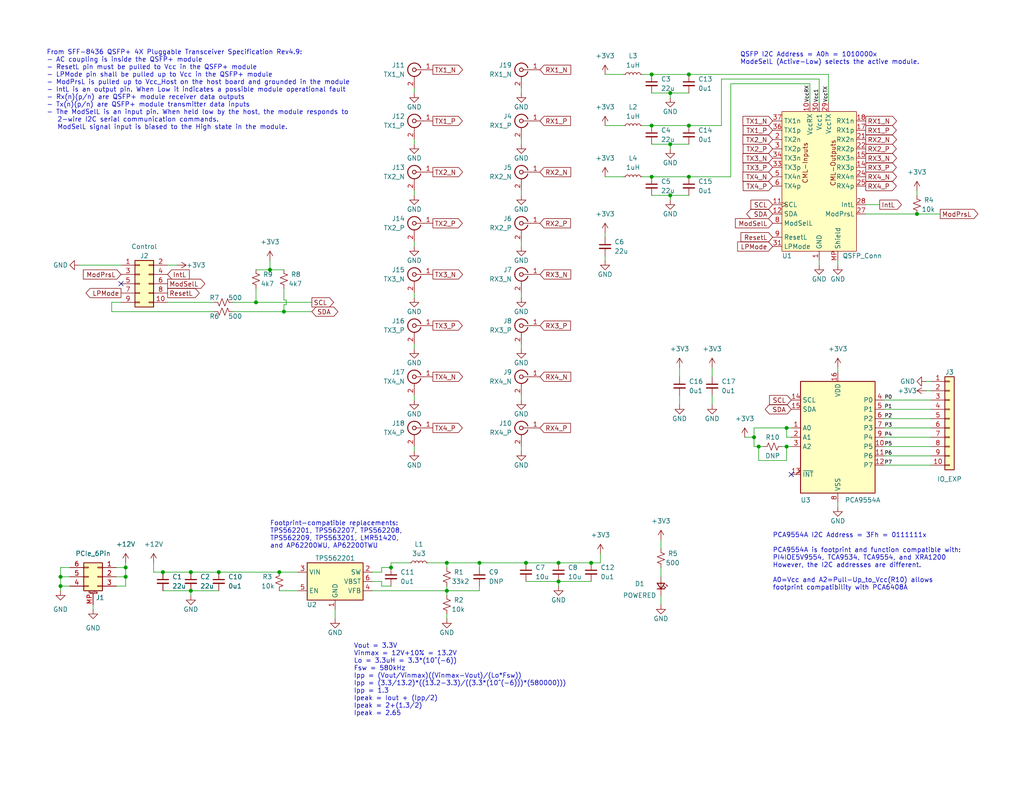
<source format=kicad_sch>
(kicad_sch (version 20230121) (generator eeschema)
  (paper "USLetter")
  (title_block (title "QSFP Breakout") (company "mwrnd") (comment 1 "github.com/mwrnd/QSFP_Breakout"))
  (lib_symbols
    (symbol "Connector:Conn_Coaxial" (pin_names (offset 1.016) hide)
      (property "Reference" "J" (at 0.254 3.048 0))
      (property "Value" "Conn_Coaxial" (at 2.921 0 90))
      (symbol "Conn_Coaxial_1_1"
        (pin passive line (at -5.08 0 0) (length 2.54) (name "In") (number "1"))
        (pin passive line (at 0 -5.08 90) (length 2.54) (name "Ext") (number "2"))
      )
    )
    (symbol "Connector_Generic:Conn_01x10" (pin_names (offset 1.016) hide)
      (property "Reference" "J" (at 0 12.7 0))
      (property "Value" "Conn_01x10" (at 0 -15.24 0))
      (symbol "Conn_01x10_1_1"
        (pin passive line (at -5.08 10.16 0) (length 3.81) (name "Pin_1") (number "1"))
        (pin passive line (at -5.08 -12.7 0) (length 3.81) (name "Pin_10") (number "10"))
        (pin passive line (at -5.08 7.62 0) (length 3.81) (name "Pin_2") (number "2"))
        (pin passive line (at -5.08 5.08 0) (length 3.81) (name "Pin_3") (number "3"))
        (pin passive line (at -5.08 2.54 0) (length 3.81) (name "Pin_4") (number "4"))
        (pin passive line (at -5.08 0 0) (length 3.81) (name "Pin_5") (number "5"))
        (pin passive line (at -5.08 -2.54 0) (length 3.81) (name "Pin_6") (number "6"))
        (pin passive line (at -5.08 -5.08 0) (length 3.81) (name "Pin_7") (number "7"))
        (pin passive line (at -5.08 -7.62 0) (length 3.81) (name "Pin_8") (number "8"))
        (pin passive line (at -5.08 -10.16 0) (length 3.81) (name "Pin_9") (number "9"))
      )
    )
    (symbol "Connector_Generic:Conn_02x05_Odd_Even" (pin_names (offset 1.016) hide)
      (property "Reference" "J" (at 1.27 7.62 0))
      (property "Value" "Conn_02x05_Odd_Even" (at 1.27 -7.62 0))
      (symbol "Conn_02x05_Odd_Even_1_1"
        (pin passive line (at -5.08 5.08 0) (length 3.81) (name "Pin_1") (number "1"))
        (pin passive line (at 7.62 -5.08 180) (length 3.81) (name "Pin_10") (number "10"))
        (pin passive line (at 7.62 5.08 180) (length 3.81) (name "Pin_2") (number "2"))
        (pin passive line (at -5.08 2.54 0) (length 3.81) (name "Pin_3") (number "3"))
        (pin passive line (at 7.62 2.54 180) (length 3.81) (name "Pin_4") (number "4"))
        (pin passive line (at -5.08 0 0) (length 3.81) (name "Pin_5") (number "5"))
        (pin passive line (at 7.62 0 180) (length 3.81) (name "Pin_6") (number "6"))
        (pin passive line (at -5.08 -2.54 0) (length 3.81) (name "Pin_7") (number "7"))
        (pin passive line (at 7.62 -2.54 180) (length 3.81) (name "Pin_8") (number "8"))
        (pin passive line (at -5.08 -5.08 0) (length 3.81) (name "Pin_9") (number "9"))
      )
    )
    (symbol "Connector_Generic_MountingPin:Conn_02x03_Counter_Clockwise_MountingPin" (pin_names (offset 1.016) hide)
      (property "Reference" "J" (at 1.27 5.08 0))
      (property "Value" "Conn_02x03_Counter_Clockwise_MountingPin" (at 2.54 -5.08 0))
      (symbol "Conn_02x03_Counter_Clockwise_MountingPin_1_1"
        (text "Mounting" (at 1.27 -4.191 0) (effects (font (size 0.381 0.381))))
        (pin passive line (at -5.08 2.54 0) (length 3.81) (name "Pin_1") (number "1"))
        (pin passive line (at -5.08 0 0) (length 3.81) (name "Pin_2") (number "2"))
        (pin passive line (at -5.08 -2.54 0) (length 3.81) (name "Pin_3") (number "3"))
        (pin passive line (at 7.62 -2.54 180) (length 3.81) (name "Pin_4") (number "4"))
        (pin passive line (at 7.62 0 180) (length 3.81) (name "Pin_5") (number "5"))
        (pin passive line (at 7.62 2.54 180) (length 3.81) (name "Pin_6") (number "6"))
        (pin passive line (at 1.27 -7.62 90) (length 3.048) (name "MountPin") (number "MP"))
      )
    )
    (symbol "Device:C_Small" (pin_numbers hide) (pin_names (offset 0.254) hide)
      (property "Reference" "C" (at 0.254 1.778 0))
      (property "Value" "C_Small" (at 0.254 -2.032 0))
      (symbol "C_Small_1_1"
        (pin passive line (at 0 2.54 270) (length 2.032) (name "~") (number "1"))
        (pin passive line (at 0 -2.54 90) (length 2.032) (name "~") (number "2"))
      )
    )
    (symbol "Device:LED_Small" (pin_numbers hide) (pin_names (offset 0.254) hide)
      (property "Reference" "D" (at -1.27 3.175 0))
      (property "Value" "LED_Small" (at -4.445 -2.54 0))
      (symbol "LED_Small_1_1"
        (pin passive line (at -2.54 0 0) (length 1.778) (name "K") (number "1"))
        (pin passive line (at 2.54 0 180) (length 1.778) (name "A") (number "2"))
      )
    )
    (symbol "Device:L_Small" (pin_numbers hide) (pin_names (offset 0.254) hide)
      (property "Reference" "L" (at 0.762 1.016 0))
      (property "Value" "L_Small" (at 0.762 -1.016 0))
      (symbol "L_Small_1_1"
        (pin passive line (at 0 2.54 270) (length 0.508) (name "~") (number "1"))
        (pin passive line (at 0 -2.54 90) (length 0.508) (name "~") (number "2"))
      )
    )
    (symbol "Device:R_Small_US" (pin_numbers hide) (pin_names (offset 0.254) hide)
      (property "Reference" "R" (at 0.762 0.508 0))
      (property "Value" "R_Small_US" (at 0.762 -1.016 0))
      (symbol "R_Small_US_1_1"
        (pin passive line (at 0 2.54 270) (length 1.016) (name "~") (number "1"))
        (pin passive line (at 0 -2.54 90) (length 1.016) (name "~") (number "2"))
      )
    )
    (symbol "Interface_Expansion:PCF8574"
      (property "Reference" "U" (at -8.89 16.51 0))
      (property "Value" "PCF8574" (at 2.54 16.51 0))
      (symbol "PCF8574_1_1"
        (pin input line (at -12.7 2.54 0) (length 2.54) (name "A0") (number "1"))
        (pin bidirectional line (at 12.7 -2.54 180) (length 2.54) (name "P5") (number "10"))
        (pin bidirectional line (at 12.7 -5.08 180) (length 2.54) (name "P6") (number "11"))
        (pin bidirectional line (at 12.7 -7.62 180) (length 2.54) (name "P7") (number "12"))
        (pin open_collector output_low (at -12.7 -10.16 0) (length 2.54) (name "~{INT}") (number "13"))
        (pin input line (at -12.7 10.16 0) (length 2.54) (name "SCL") (number "14"))
        (pin bidirectional line (at -12.7 7.62 0) (length 2.54) (name "SDA") (number "15"))
        (pin power_in line (at 0 17.78 270) (length 2.54) (name "VDD") (number "16"))
        (pin input line (at -12.7 0 0) (length 2.54) (name "A1") (number "2"))
        (pin input line (at -12.7 -2.54 0) (length 2.54) (name "A2") (number "3"))
        (pin bidirectional line (at 12.7 10.16 180) (length 2.54) (name "P0") (number "4"))
        (pin bidirectional line (at 12.7 7.62 180) (length 2.54) (name "P1") (number "5"))
        (pin bidirectional line (at 12.7 5.08 180) (length 2.54) (name "P2") (number "6"))
        (pin bidirectional line (at 12.7 2.54 180) (length 2.54) (name "P3") (number "7"))
        (pin power_in line (at 0 -17.78 90) (length 2.54) (name "VSS") (number "8"))
        (pin bidirectional line (at 12.7 0 180) (length 2.54) (name "P4") (number "9"))
      )
    )
    (symbol "QSFP:QSFP_Conn"
      (property "Reference" "U" (at 7.62 -20.32 0))
      (property "Value" "QSFP_Conn" (at -7.62 -20.32 0))
      (symbol "QSFP_Conn_0_0"
        (text "CML-Inputs" (at -3.81 5.08 900) (effects (font (size 1.27 1.27))))
        (text "CML-Outputs" (at 3.81 5.08 900) (effects (font (size 1.27 1.27))))
      )
      (symbol "QSFP_Conn_1_1"
        (pin power_in line (at 0 -21.59 90) (length 2.54) (name "GND") (number "1"))
        (pin power_in line (at -2.54 21.59 270) (length 2.54) (name "VccRX") (number "10"))
        (pin input clock (at -12.7 -6.35 0) (length 2.54) (name "SCL") (number "11"))
        (pin bidirectional line (at -12.7 -8.89 0) (length 2.54) (name "SDA") (number "12"))
        (pin passive line (at 0 -21.59 90) (length 2.54) hide (name "GND") (number "13"))
        (pin output line (at 12.7 3.81 180) (length 2.54) (name "RX3p") (number "14"))
        (pin output line (at 12.7 6.35 180) (length 2.54) (name "RX3n") (number "15"))
        (pin passive line (at 0 -21.59 90) (length 2.54) hide (name "GND") (number "16"))
        (pin output line (at 12.7 13.97 180) (length 2.54) (name "RX1p") (number "17"))
        (pin output line (at 12.7 16.51 180) (length 2.54) (name "RX1n") (number "18"))
        (pin passive line (at 0 -21.59 90) (length 2.54) hide (name "GND") (number "19"))
        (pin input line (at -12.7 11.43 0) (length 2.54) (name "TX2n") (number "2"))
        (pin passive line (at 0 -21.59 90) (length 2.54) hide (name "GND") (number "20"))
        (pin output line (at 12.7 11.43 180) (length 2.54) (name "RX2n") (number "21"))
        (pin output line (at 12.7 8.89 180) (length 2.54) (name "RX2p") (number "22"))
        (pin passive line (at 0 -21.59 90) (length 2.54) hide (name "GND") (number "23"))
        (pin output line (at 12.7 1.27 180) (length 2.54) (name "RX4n") (number "24"))
        (pin output line (at 12.7 -1.27 180) (length 2.54) (name "RX4p") (number "25"))
        (pin passive line (at 0 -21.59 90) (length 2.54) hide (name "GND") (number "26"))
        (pin passive line (at 12.7 -8.89 180) (length 2.54) (name "ModPrsL") (number "27"))
        (pin output line (at 12.7 -6.35 180) (length 2.54) (name "IntL") (number "28"))
        (pin power_in line (at 2.54 21.59 270) (length 2.54) (name "VccTX") (number "29"))
        (pin input line (at -12.7 8.89 0) (length 2.54) (name "TX2p") (number "3"))
        (pin power_in line (at 0 21.59 270) (length 2.54) (name "Vcc1") (number "30"))
        (pin input line (at -12.7 -17.78 0) (length 2.54) (name "LPMode") (number "31"))
        (pin passive line (at 0 -21.59 90) (length 2.54) hide (name "GND") (number "32"))
        (pin input line (at -12.7 3.81 0) (length 2.54) (name "TX3p") (number "33"))
        (pin input line (at -12.7 6.35 0) (length 2.54) (name "TX3n") (number "34"))
        (pin passive line (at 0 -21.59 90) (length 2.54) hide (name "GND") (number "35"))
        (pin input line (at -12.7 13.97 0) (length 2.54) (name "TX1p") (number "36"))
        (pin input line (at -12.7 16.51 0) (length 2.54) (name "TX1n") (number "37"))
        (pin passive line (at 0 -21.59 90) (length 2.54) hide (name "GND") (number "38"))
        (pin passive line (at 0 -21.59 90) (length 2.54) hide (name "GND") (number "4"))
        (pin input line (at -12.7 1.27 0) (length 2.54) (name "TX4n") (number "5"))
        (pin input line (at -12.7 -1.27 0) (length 2.54) (name "TX4p") (number "6"))
        (pin passive line (at 0 -21.59 90) (length 2.54) hide (name "GND") (number "7"))
        (pin input line (at -12.7 -11.43 0) (length 2.54) (name "ModSelL") (number "8"))
        (pin input line (at -12.7 -15.24 0) (length 2.54) (name "ResetL") (number "9"))
        (pin passive line (at 5.08 -21.59 90) (length 2.54) (name "Shield") (number "MP"))
      )
    )
    (symbol "Regulator_Switching:TPS562200"
      (property "Reference" "U" (at -7.62 6.35 0))
      (property "Value" "TPS562200" (at -2.54 6.35 0))
      (symbol "TPS562200_1_1"
        (pin power_in line (at 0 -7.62 90) (length 2.54) (name "GND") (number "1"))
        (pin output line (at 10.16 2.54 180) (length 2.54) (name "SW") (number "2"))
        (pin power_in line (at -10.16 2.54 0) (length 2.54) (name "VIN") (number "3"))
        (pin input line (at 10.16 -2.54 180) (length 2.54) (name "VFB") (number "4"))
        (pin input line (at -10.16 -2.54 0) (length 2.54) (name "EN") (number "5"))
        (pin passive line (at 10.16 0 180) (length 2.54) (name "VBST") (number "6"))
      )
    )
    (symbol "power:+12V" (power) (pin_names (offset 0))
      (property "Value" "+12V" (at 0 3.556 0))
      (symbol "+12V_1_1"
        (pin power_in line (at 0 0 90) (length 0) hide (name "+12V") (number "1"))
      )
    )
    (symbol "power:+3V3" (power) (pin_names (offset 0))
      (property "Value" "+3V3" (at 0 3.556 0))
      (symbol "+3V3_1_1"
        (pin power_in line (at 0 0 90) (length 0) hide (name "+3V3") (number "1"))
      )
    )
    (symbol "power:GND" (power) (pin_names (offset 0))
      (property "Value" "GND" (at 0 -3.81 0))
      (symbol "GND_1_1"
        (pin power_in line (at 0 0 270) (length 0) hide (name "GND") (number "1"))
      )
    )
  )
  (junction (at 106.68 154.94))
  (junction (at 77.47 85.09))
  (junction (at 182.88 53.34))
  (junction (at 187.96 34.29))
  (junction (at 187.96 20.32))
  (junction (at 44.45 156.21))
  (junction (at 161.29 153.67))
  (junction (at 187.96 48.26))
  (junction (at 152.4 153.67))
  (junction (at 34.29 157.48))
  (junction (at 16.51 160.02))
  (junction (at 177.8 20.32))
  (junction (at 152.4 158.75))
  (junction (at 177.8 34.29))
  (junction (at 130.81 153.67))
  (junction (at 205.74 119.38))
  (junction (at 52.07 156.21))
  (junction (at 73.66 73.66))
  (junction (at 182.88 39.37))
  (junction (at 250.19 58.42))
  (junction (at 59.69 156.21))
  (junction (at 121.92 161.29))
  (junction (at 182.88 25.4))
  (junction (at 121.92 153.67))
  (junction (at 16.51 157.48))
  (junction (at 76.2 156.21))
  (junction (at 177.8 48.26))
  (junction (at 52.07 161.29))
  (junction (at 34.29 154.94))
  (junction (at 143.51 153.67))
  (junction (at 207.01 121.92))
  (junction (at 69.85 82.55))
  (junction (at 214.63 121.92))
  (junction (at 214.63 116.84))
  (no_connect (at 33.02 77.47))
  (no_connect (at 215.9 129.54))
  (wire (pts (xy 185.42 100.33) (xy 185.42 102.87)))
  (wire (pts (xy 205.74 119.38) (xy 205.74 116.84)))
  (wire (pts (xy 142.24 52.07) (xy 142.24 53.34)))
  (wire (pts (xy 152.4 158.75) (xy 161.29 158.75)))
  (wire (pts (xy 78.105 83.185) (xy 77.47 83.185)))
  (wire (pts (xy 104.14 156.21) (xy 104.14 154.94)))
  (wire (pts (xy 175.26 20.32) (xy 177.8 20.32)))
  (wire (pts (xy 69.85 73.66) (xy 73.66 73.66)))
  (wire (pts (xy 142.24 121.92) (xy 142.24 123.19)))
  (wire (pts (xy 21.59 72.39) (xy 33.02 72.39)))
  (wire (pts (xy 113.03 107.95) (xy 113.03 109.22)))
  (wire (pts (xy 52.07 161.29) (xy 52.07 162.56)))
  (wire (pts (xy 116.84 153.67) (xy 121.92 153.67)))
  (wire (pts (xy 19.05 154.94) (xy 16.51 154.94)))
  (wire (pts (xy 142.24 24.13) (xy 142.24 25.4)))
  (wire (pts (xy 163.83 153.67) (xy 163.83 151.13)))
  (wire (pts (xy 130.81 153.67) (xy 143.51 153.67)))
  (wire (pts (xy 165.1 34.29) (xy 170.18 34.29)))
  (wire (pts (xy 101.6 156.21) (xy 104.14 156.21)))
  (wire (pts (xy 41.91 153.67) (xy 41.91 156.21)))
  (wire (pts (xy 44.45 161.29) (xy 52.07 161.29)))
  (wire (pts (xy 199.39 22.86) (xy 220.98 22.86)))
  (wire (pts (xy 45.72 82.55) (xy 58.42 82.55)))
  (wire (pts (xy 205.74 116.84) (xy 214.63 116.84)))
  (wire (pts (xy 241.3 111.76) (xy 254 111.76)))
  (wire (pts (xy 177.8 20.32) (xy 187.96 20.32)))
  (wire (pts (xy 180.34 162.56) (xy 180.34 165.1)))
  (wire (pts (xy 73.66 71.12) (xy 73.66 73.66)))
  (wire (pts (xy 214.63 116.84) (xy 214.63 119.38)))
  (wire (pts (xy 52.07 161.29) (xy 59.69 161.29)))
  (wire (pts (xy 177.8 34.29) (xy 187.96 34.29)))
  (wire (pts (xy 182.88 25.4) (xy 182.88 26.67)))
  (wire (pts (xy 113.03 66.04) (xy 113.03 67.31)))
  (wire (pts (xy 16.51 157.48) (xy 16.51 160.02)))
  (wire (pts (xy 34.29 157.48) (xy 31.75 157.48)))
  (wire (pts (xy 207.01 125.73) (xy 214.63 125.73)))
  (wire (pts (xy 142.24 93.98) (xy 142.24 95.25)))
  (wire (pts (xy 165.1 63.5) (xy 165.1 64.77)))
  (wire (pts (xy 241.3 121.92) (xy 254 121.92)))
  (wire (pts (xy 175.26 34.29) (xy 177.8 34.29)))
  (wire (pts (xy 113.03 52.07) (xy 113.03 53.34)))
  (wire (pts (xy 104.14 160.02) (xy 106.68 160.02)))
  (wire (pts (xy 104.14 154.94) (xy 106.68 154.94)))
  (wire (pts (xy 91.44 166.37) (xy 91.44 168.91)))
  (wire (pts (xy 182.88 53.34) (xy 182.88 54.61)))
  (wire (pts (xy 196.85 21.59) (xy 223.52 21.59)))
  (wire (pts (xy 121.92 153.67) (xy 130.81 153.67)))
  (wire (pts (xy 214.63 121.92) (xy 215.9 121.92)))
  (wire (pts (xy 34.29 157.48) (xy 34.29 160.02)))
  (wire (pts (xy 180.34 154.94) (xy 180.34 157.48)))
  (wire (pts (xy 121.92 167.64) (xy 121.92 168.91)))
  (wire (pts (xy 185.42 107.95) (xy 185.42 110.49)))
  (wire (pts (xy 77.47 83.185) (xy 77.47 85.09)))
  (wire (pts (xy 31.75 154.94) (xy 34.29 154.94)))
  (wire (pts (xy 223.52 71.12) (xy 223.52 72.39)))
  (wire (pts (xy 199.39 48.26) (xy 199.39 22.86)))
  (wire (pts (xy 214.63 125.73) (xy 214.63 121.92)))
  (wire (pts (xy 101.6 158.75) (xy 104.14 158.75)))
  (wire (pts (xy 121.92 161.29) (xy 121.92 162.56)))
  (wire (pts (xy 187.96 34.29) (xy 196.85 34.29)))
  (wire (pts (xy 213.36 121.92) (xy 214.63 121.92)))
  (wire (pts (xy 187.96 20.32) (xy 226.06 20.32)))
  (wire (pts (xy 76.2 156.21) (xy 81.28 156.21)))
  (wire (pts (xy 165.1 20.32) (xy 170.18 20.32)))
  (wire (pts (xy 228.6 100.33) (xy 228.6 101.6)))
  (wire (pts (xy 196.85 34.29) (xy 196.85 21.59)))
  (wire (pts (xy 165.1 69.85) (xy 165.1 71.12)))
  (wire (pts (xy 241.3 116.84) (xy 254 116.84)))
  (wire (pts (xy 143.51 153.67) (xy 152.4 153.67)))
  (wire (pts (xy 143.51 158.75) (xy 152.4 158.75)))
  (wire (pts (xy 16.51 160.02) (xy 16.51 161.29)))
  (wire (pts (xy 34.29 154.94) (xy 34.29 157.48)))
  (wire (pts (xy 130.81 153.67) (xy 130.81 154.94)))
  (wire (pts (xy 177.8 39.37) (xy 182.88 39.37)))
  (wire (pts (xy 175.26 48.26) (xy 177.8 48.26)))
  (wire (pts (xy 228.6 71.12) (xy 228.6 72.39)))
  (wire (pts (xy 113.03 80.01) (xy 113.03 81.28)))
  (wire (pts (xy 152.4 158.75) (xy 152.4 160.02)))
  (wire (pts (xy 182.88 25.4) (xy 187.96 25.4)))
  (wire (pts (xy 182.88 39.37) (xy 182.88 40.64)))
  (wire (pts (xy 182.88 39.37) (xy 187.96 39.37)))
  (wire (pts (xy 241.3 109.22) (xy 254 109.22)))
  (wire (pts (xy 241.3 127) (xy 254 127)))
  (wire (pts (xy 152.4 153.67) (xy 161.29 153.67)))
  (wire (pts (xy 69.85 78.74) (xy 69.85 82.55)))
  (wire (pts (xy 106.68 153.67) (xy 106.68 154.94)))
  (wire (pts (xy 33.02 82.55) (xy 30.48 82.55)))
  (wire (pts (xy 220.98 22.86) (xy 220.98 27.94)))
  (wire (pts (xy 34.29 160.02) (xy 31.75 160.02)))
  (wire (pts (xy 203.2 119.38) (xy 205.74 119.38)))
  (wire (pts (xy 113.03 24.13) (xy 113.03 25.4)))
  (wire (pts (xy 121.92 161.29) (xy 130.81 161.29)))
  (wire (pts (xy 30.48 85.09) (xy 58.42 85.09)))
  (wire (pts (xy 59.69 156.21) (xy 76.2 156.21)))
  (wire (pts (xy 177.8 53.34) (xy 182.88 53.34)))
  (wire (pts (xy 30.48 82.55) (xy 30.48 85.09)))
  (wire (pts (xy 194.31 107.95) (xy 194.31 110.49)))
  (wire (pts (xy 165.1 48.26) (xy 170.18 48.26)))
  (wire (pts (xy 113.03 38.1) (xy 113.03 39.37)))
  (wire (pts (xy 34.29 153.67) (xy 34.29 154.94)))
  (wire (pts (xy 161.29 153.67) (xy 163.83 153.67)))
  (wire (pts (xy 252.73 104.14) (xy 254 104.14)))
  (wire (pts (xy 106.68 153.67) (xy 111.76 153.67)))
  (wire (pts (xy 207.01 121.92) (xy 207.01 125.73)))
  (wire (pts (xy 241.3 119.38) (xy 254 119.38)))
  (wire (pts (xy 41.91 156.21) (xy 44.45 156.21)))
  (wire (pts (xy 177.8 25.4) (xy 182.88 25.4)))
  (wire (pts (xy 44.45 156.21) (xy 52.07 156.21)))
  (wire (pts (xy 207.01 121.92) (xy 205.74 121.92)))
  (wire (pts (xy 250.19 58.42) (xy 256.54 58.42)))
  (wire (pts (xy 205.74 121.92) (xy 205.74 119.38)))
  (wire (pts (xy 250.19 52.07) (xy 250.19 53.34)))
  (wire (pts (xy 63.5 82.55) (xy 69.85 82.55)))
  (wire (pts (xy 121.92 160.02) (xy 121.92 161.29)))
  (wire (pts (xy 236.22 55.88) (xy 240.03 55.88)))
  (wire (pts (xy 69.85 82.55) (xy 85.09 82.55)))
  (wire (pts (xy 121.92 153.67) (xy 121.92 154.94)))
  (wire (pts (xy 177.8 48.26) (xy 187.96 48.26)))
  (wire (pts (xy 77.47 85.09) (xy 85.09 85.09)))
  (wire (pts (xy 208.28 121.92) (xy 207.01 121.92)))
  (wire (pts (xy 142.24 66.04) (xy 142.24 67.31)))
  (wire (pts (xy 76.2 161.29) (xy 81.28 161.29)))
  (wire (pts (xy 187.96 48.26) (xy 199.39 48.26)))
  (wire (pts (xy 182.88 53.34) (xy 187.96 53.34)))
  (wire (pts (xy 223.52 21.59) (xy 223.52 27.94)))
  (wire (pts (xy 52.07 156.21) (xy 59.69 156.21)))
  (wire (pts (xy 130.81 161.29) (xy 130.81 160.02)))
  (wire (pts (xy 180.34 147.32) (xy 180.34 149.86)))
  (wire (pts (xy 214.63 116.84) (xy 215.9 116.84)))
  (wire (pts (xy 16.51 154.94) (xy 16.51 157.48)))
  (wire (pts (xy 25.4 165.1) (xy 25.4 166.37)))
  (wire (pts (xy 142.24 107.95) (xy 142.24 109.22)))
  (wire (pts (xy 215.9 119.38) (xy 214.63 119.38)))
  (wire (pts (xy 45.72 72.39) (xy 48.26 72.39)))
  (wire (pts (xy 142.24 38.1) (xy 142.24 39.37)))
  (wire (pts (xy 113.03 93.98) (xy 113.03 95.25)))
  (wire (pts (xy 104.14 158.75) (xy 104.14 160.02)))
  (wire (pts (xy 228.6 137.16) (xy 228.6 138.43)))
  (wire (pts (xy 77.47 78.74) (xy 77.47 81.915)))
  (wire (pts (xy 113.03 121.92) (xy 113.03 123.19)))
  (wire (pts (xy 226.06 20.32) (xy 226.06 27.94)))
  (wire (pts (xy 77.47 81.915) (xy 78.105 81.915)))
  (wire (pts (xy 241.3 114.3) (xy 254 114.3)))
  (wire (pts (xy 73.66 73.66) (xy 77.47 73.66)))
  (wire (pts (xy 142.24 80.01) (xy 142.24 81.28)))
  (wire (pts (xy 78.105 81.915) (xy 78.105 83.185)))
  (wire (pts (xy 236.22 58.42) (xy 250.19 58.42)))
  (wire (pts (xy 252.73 106.68) (xy 254 106.68)))
  (wire (pts (xy 19.05 160.02) (xy 16.51 160.02)))
  (wire (pts (xy 63.5 85.09) (xy 77.47 85.09)))
  (wire (pts (xy 241.3 124.46) (xy 254 124.46)))
  (wire (pts (xy 19.05 157.48) (xy 16.51 157.48)))
  (wire (pts (xy 101.6 161.29) (xy 121.92 161.29)))
  (wire (pts (xy 194.31 100.33) (xy 194.31 102.87)))
  (text "From SFF-8436 QSFP+ 4X Pluggable Transceiver Specification Rev4.9:\n- AC coupling is inside the QSFP+ module\n- ResetL pin must be pulled to Vcc in the QSFP+ module\n- LPMode pin shall be pulled up to Vcc in the QSFP+ module\n- ModPrsL is pulled up to Vcc_Host on the host board and grounded in the module\n- IntL is an output pin. When Low it indicates a possible module operational fault\n- Rx(n)(p/n) are QSFP+ module receiver data outputs\n- Tx(n)(p/n) are QSFP+ module transmitter data inputs\n- The ModSelL is an input pin. When held low by the host, the module responds to\n   2-wire I2C serial communication commands.\n   ModSelL signal input is biased to the High state in the module." (at 12.7 35.56 0) (effects (font (size 1.27 1.27)) (justify left bottom)))
  (text "QSFP I2C Address = A0h = 1010000x\nModeSelL (Active-Low) selects the active module." (at 201.93 17.78 0) (effects (font (size 1.27 1.27)) (justify left bottom)))
  (text "Vout = 3.3V\nVinmax = 12V+10% = 13.2V\nLo = 3.3uH = 3.3*(10^(-6))\nFsw = 580kHz\nIpp = (Vout/Vinmax)((Vinmax-Vout)/(Lo*Fsw))\nIpp = (3.3/13.2)*((13.2-3.3)/((3.3*(10^(-6)))*(580000)))\nIpp = 1.3\nIpeak = Iout + (Ipp/2)\nIpeak = 2+(1.3/2)\nIpeak = 2.65" (at 96.52 195.58 0) (effects (font (size 1.27 1.27)) (justify left bottom)))
  (text "PCA9554A I2C Address = 3Fh = 0111111x\n\nPCA9554A is footprint and function compatible with:\nPI4IOE5V9554, TCA9534, TCA9554, and XRA1200\nHowever, the I2C addresses are different.\n\nA0=Vcc and A2=Pull-Up_to_Vcc(R10) allows\nfootprint compatibility with PCA6408A" (at 210.82 161.29 0) (effects (font (size 1.27 1.27)) (justify left bottom)))
  (text "Footprint-compatible replacements:\nTPS562201, TPS562207, TPS562208,\nTPS562209, TPS563201, LMR51420,\nand AP62200WU, AP62200TWU" (at 73.66 149.86 0) (effects (font (size 1.27 1.27)) (justify left bottom)))
  (label "Vcc1" (at 223.52 27.94 90) (effects (font (size 1 1))))
  (label "P6" (at 241.3 124.46 0) (effects (font (size 1 1))))
  (label "VccTX" (at 226.06 27.94 90) (effects (font (size 1 1))))
  (label "VccRX" (at 220.98 27.94 90) (effects (font (size 1 1))))
  (label "P4" (at 241.3 119.38 0) (effects (font (size 1 1))))
  (label "P2" (at 241.3 114.3 0) (effects (font (size 1 1))))
  (label "P1" (at 241.3 111.76 0) (effects (font (size 1 1))))
  (label "P0" (at 241.3 109.22 0) (effects (font (size 1 1))))
  (label "P5" (at 241.3 121.92 0) (effects (font (size 1 1))))
  (label "P3" (at 241.3 116.84 0) (effects (font (size 1 1))))
  (label "P7" (at 241.3 127 0) (effects (font (size 1 1))))
  (global_label "ModPrsL" (shape output) (at 256.54 58.42 0) (property "Intersheetrefs" "${INTERSHEET_REFS}" (effects hide)))
  (global_label "RX3_N" (shape input) (at 147.32 74.93 0) (property "Intersheetrefs" "${INTERSHEET_REFS}" (effects hide)))
  (global_label "RX4_P" (shape input) (at 147.32 116.84 0) (property "Intersheetrefs" "${INTERSHEET_REFS}" (effects hide)))
  (global_label "TX4_P" (shape input) (at 210.82 50.8 180) (property "Intersheetrefs" "${INTERSHEET_REFS}" (effects hide)))
  (global_label "IntL" (shape output) (at 240.03 55.88 0) (property "Intersheetrefs" "${INTERSHEET_REFS}" (effects hide)))
  (global_label "RX2_N" (shape input) (at 147.32 46.99 0) (property "Intersheetrefs" "${INTERSHEET_REFS}" (effects hide)))
  (global_label "RX2_N" (shape output) (at 236.22 38.1 0) (property "Intersheetrefs" "${INTERSHEET_REFS}" (effects hide)))
  (global_label "TX3_P" (shape output) (at 118.11 88.9 0) (property "Intersheetrefs" "${INTERSHEET_REFS}" (effects hide)))
  (global_label "TX3_N" (shape input) (at 210.82 43.18 180) (property "Intersheetrefs" "${INTERSHEET_REFS}" (effects hide)))
  (global_label "TX1_N" (shape input) (at 210.82 33.02 180) (property "Intersheetrefs" "${INTERSHEET_REFS}" (effects hide)))
  (global_label "RX1_P" (shape output) (at 236.22 35.56 0) (property "Intersheetrefs" "${INTERSHEET_REFS}" (effects hide)))
  (global_label "RX3_P" (shape input) (at 147.32 88.9 0) (property "Intersheetrefs" "${INTERSHEET_REFS}" (effects hide)))
  (global_label "ModPrsL" (shape input) (at 33.02 74.93 180) (property "Intersheetrefs" "${INTERSHEET_REFS}" (effects hide)))
  (global_label "TX4_N" (shape output) (at 118.11 102.87 0) (property "Intersheetrefs" "${INTERSHEET_REFS}" (effects hide)))
  (global_label "SDA" (shape bidirectional) (at 215.9 111.76 180) (property "Intersheetrefs" "${INTERSHEET_REFS}" (effects hide)))
  (global_label "SCL" (shape input) (at 210.82 55.88 180) (property "Intersheetrefs" "${INTERSHEET_REFS}" (effects hide)))
  (global_label "TX2_P" (shape output) (at 118.11 60.96 0) (property "Intersheetrefs" "${INTERSHEET_REFS}" (effects hide)))
  (global_label "TX2_N" (shape output) (at 118.11 46.99 0) (property "Intersheetrefs" "${INTERSHEET_REFS}" (effects hide)))
  (global_label "TX3_N" (shape output) (at 118.11 74.93 0) (property "Intersheetrefs" "${INTERSHEET_REFS}" (effects hide)))
  (global_label "TX1_P" (shape input) (at 210.82 35.56 180) (property "Intersheetrefs" "${INTERSHEET_REFS}" (effects hide)))
  (global_label "TX4_P" (shape output) (at 118.11 116.84 0) (property "Intersheetrefs" "${INTERSHEET_REFS}" (effects hide)))
  (global_label "ModSelL" (shape input) (at 210.82 60.96 180) (property "Intersheetrefs" "${INTERSHEET_REFS}" (effects hide)))
  (global_label "TX1_P" (shape output) (at 118.11 33.02 0) (property "Intersheetrefs" "${INTERSHEET_REFS}" (effects hide)))
  (global_label "RX1_P" (shape input) (at 147.32 33.02 0) (property "Intersheetrefs" "${INTERSHEET_REFS}" (effects hide)))
  (global_label "RX4_N" (shape output) (at 236.22 48.26 0) (property "Intersheetrefs" "${INTERSHEET_REFS}" (effects hide)))
  (global_label "ResetL" (shape output) (at 45.72 80.01 0) (property "Intersheetrefs" "${INTERSHEET_REFS}" (effects hide)))
  (global_label "ResetL" (shape input) (at 210.82 64.77 180) (property "Intersheetrefs" "${INTERSHEET_REFS}" (effects hide)))
  (global_label "IntL" (shape input) (at 45.72 74.93 0) (property "Intersheetrefs" "${INTERSHEET_REFS}" (effects hide)))
  (global_label "RX2_P" (shape output) (at 236.22 40.64 0) (property "Intersheetrefs" "${INTERSHEET_REFS}" (effects hide)))
  (global_label "ModSelL" (shape output) (at 45.72 77.47 0) (property "Intersheetrefs" "${INTERSHEET_REFS}" (effects hide)))
  (global_label "RX1_N" (shape input) (at 147.32 19.05 0) (property "Intersheetrefs" "${INTERSHEET_REFS}" (effects hide)))
  (global_label "SDA" (shape bidirectional) (at 85.09 85.09 0) (property "Intersheetrefs" "${INTERSHEET_REFS}" (effects hide)))
  (global_label "SCL" (shape input) (at 215.9 109.22 180) (property "Intersheetrefs" "${INTERSHEET_REFS}" (effects hide)))
  (global_label "RX1_N" (shape output) (at 236.22 33.02 0) (property "Intersheetrefs" "${INTERSHEET_REFS}" (effects hide)))
  (global_label "RX4_P" (shape output) (at 236.22 50.8 0) (property "Intersheetrefs" "${INTERSHEET_REFS}" (effects hide)))
  (global_label "RX4_N" (shape input) (at 147.32 102.87 0) (property "Intersheetrefs" "${INTERSHEET_REFS}" (effects hide)))
  (global_label "TX3_P" (shape input) (at 210.82 45.72 180) (property "Intersheetrefs" "${INTERSHEET_REFS}" (effects hide)))
  (global_label "RX2_P" (shape input) (at 147.32 60.96 0) (property "Intersheetrefs" "${INTERSHEET_REFS}" (effects hide)))
  (global_label "TX1_N" (shape output) (at 118.11 19.05 0) (property "Intersheetrefs" "${INTERSHEET_REFS}" (effects hide)))
  (global_label "RX3_N" (shape output) (at 236.22 43.18 0) (property "Intersheetrefs" "${INTERSHEET_REFS}" (effects hide)))
  (global_label "TX2_N" (shape input) (at 210.82 38.1 180) (property "Intersheetrefs" "${INTERSHEET_REFS}" (effects hide)))
  (global_label "SCL" (shape output) (at 85.09 82.55 0) (property "Intersheetrefs" "${INTERSHEET_REFS}" (effects hide)))
  (global_label "LPMode" (shape output) (at 33.02 80.01 180) (property "Intersheetrefs" "${INTERSHEET_REFS}" (effects hide)))
  (global_label "TX2_P" (shape input) (at 210.82 40.64 180) (property "Intersheetrefs" "${INTERSHEET_REFS}" (effects hide)))
  (global_label "SDA" (shape bidirectional) (at 210.82 58.42 180) (property "Intersheetrefs" "${INTERSHEET_REFS}" (effects hide)))
  (global_label "LPMode" (shape input) (at 210.82 67.31 180) (property "Intersheetrefs" "${INTERSHEET_REFS}" (effects hide)))
  (global_label "TX4_N" (shape input) (at 210.82 48.26 180) (property "Intersheetrefs" "${INTERSHEET_REFS}" (effects hide)))
  (global_label "RX3_P" (shape output) (at 236.22 45.72 0) (property "Intersheetrefs" "${INTERSHEET_REFS}" (effects hide)))
  (symbol (lib_id "Connector:Conn_Coaxial") (at 113.03 88.9 0) (mirror y) (unit 1)
    (property "Reference" "J16" (at 110.49 87.63 0) (effects (justify left)))
    (property "Value" "TX3_P" (at 110.49 90.17 0) (effects (justify left)))
    (property "Footprint" "U.FL_w_Label:U.FL_Hirose_w_Label" (effects hide))
    (property "Datasheet" " ~" (effects hide))
  )
  (symbol (lib_id "power:GND") (at 180.34 165.1 0) (unit 1)
    (property "Reference" "#PWR036" (effects hide))
    (property "Value" "GND" (at 180.34 168.91 0))
  )
  (symbol (lib_id "Device:R_Small_US") (at 77.47 76.2 0) (unit 1)
    (property "Reference" "R8" (at 79.375 74.93 0) (effects (justify left)))
    (property "Value" "4k7" (at 78.74 77.47 0) (effects (justify left)))
    (property "Footprint" "Resistor_SMD:R_0603_1608Metric_Pad0.98x0.95mm_HandSolder" (effects hide))
  )
  (symbol (lib_id "power:+3V3") (at 194.31 100.33 0) (unit 1)
    (property "Reference" "#PWR03" (effects hide))
    (property "Value" "+3V3" (at 194.31 95.25 0))
  )
  (symbol (lib_id "Device:C_Small") (at 187.96 36.83 0) (unit 1)
    (property "Reference" "C14" (at 190.5 35.5663 0) (effects (justify left)))
    (property "Value" "0u1" (at 190.5 38.1063 0) (effects (justify left)))
    (property "Footprint" "Capacitor_SMD:C_0603_1608Metric_Pad1.08x0.95mm_HandSolder" (effects hide))
  )
  (symbol (lib_id "Device:C_Small") (at 161.29 156.21 0) (unit 1)
    (property "Reference" "C12" (at 163.83 154.9463 0) (effects (justify left)))
    (property "Value" "0u1" (at 163.83 157.4863 0) (effects (justify left)))
    (property "Footprint" "Capacitor_SMD:C_0603_1608Metric_Pad1.08x0.95mm_HandSolder" (effects hide))
  )
  (symbol (lib_id "Device:R_Small_US") (at 121.92 157.48 0) (unit 1)
    (property "Reference" "R1" (at 123.825 156.21 0) (effects (justify left)))
    (property "Value" "33k2" (at 123.19 158.75 0) (effects (justify left)))
    (property "Footprint" "Resistor_SMD:R_0603_1608Metric_Pad0.98x0.95mm_HandSolder" (effects hide))
  )
  (symbol (lib_id "power:GND") (at 25.4 166.37 0) (mirror y) (unit 1)
    (property "Reference" "#PWR0102" (effects hide))
    (property "Value" "GND" (at 25.4 171.45 0))
  )
  (symbol (lib_id "Connector:Conn_Coaxial") (at 142.24 33.02 0) (mirror y) (unit 1)
    (property "Reference" "J4" (at 139.7 31.75 0) (effects (justify left)))
    (property "Value" "RX1_P" (at 139.7 34.29 0) (effects (justify left)))
    (property "Footprint" "U.FL_w_Label:U.FL_Hirose_w_Label" (effects hide))
    (property "Datasheet" " ~" (effects hide))
  )
  (symbol (lib_id "Connector:Conn_Coaxial") (at 142.24 46.99 0) (mirror y) (unit 1)
    (property "Reference" "J5" (at 139.7 45.72 0) (effects (justify left)))
    (property "Value" "RX2_N" (at 139.7 48.26 0) (effects (justify left)))
    (property "Footprint" "U.FL_w_Label:U.FL_Hirose_w_Label" (effects hide))
    (property "Datasheet" " ~" (effects hide))
  )
  (symbol (lib_id "Device:R_Small_US") (at 60.96 85.09 270) (mirror x) (unit 1)
    (property "Reference" "R6" (at 57.15 86.36 90) (effects (justify left)))
    (property "Value" "500" (at 62.23 86.36 90) (effects (justify left)))
    (property "Footprint" "Resistor_SMD:R_0603_1608Metric_Pad0.98x0.95mm_HandSolder" (effects hide))
  )
  (symbol (lib_id "power:GND") (at 113.03 39.37 0) (mirror y) (unit 1)
    (property "Reference" "#PWR028" (effects hide))
    (property "Value" "GND" (at 113.03 43.18 0))
  )
  (symbol (lib_id "power:GND") (at 113.03 25.4 0) (mirror y) (unit 1)
    (property "Reference" "#PWR027" (effects hide))
    (property "Value" "GND" (at 113.03 29.21 0))
  )
  (symbol (lib_id "Device:C_Small") (at 187.96 22.86 0) (unit 1)
    (property "Reference" "C13" (at 190.5 21.5963 0) (effects (justify left)))
    (property "Value" "0u1" (at 190.5 24.1363 0) (effects (justify left)))
    (property "Footprint" "Capacitor_SMD:C_0603_1608Metric_Pad1.08x0.95mm_HandSolder" (effects hide))
  )
  (symbol (lib_id "power:+3V3") (at 250.19 52.07 0) (unit 1)
    (property "Reference" "#PWR016" (effects hide))
    (property "Value" "+3V3" (at 250.19 46.99 0))
  )
  (symbol (lib_id "Device:C_Small") (at 44.45 158.75 0) (unit 1)
    (property "Reference" "C1" (at 46.99 157.4863 0) (effects (justify left)))
    (property "Value" "22u" (at 46.99 160.0263 0) (effects (justify left)))
    (property "Footprint" "Capacitor_SMD:C_0805_2012Metric_Pad1.18x1.45mm_HandSolder" (effects hide))
  )
  (symbol (lib_id "Regulator_Switching:TPS562200") (at 91.44 158.75 0) (unit 1)
    (property "Reference" "U2" (at 85.09 165.1 0))
    (property "Value" "TPS562201" (at 91.44 152.4 0))
    (property "Footprint" "Package_TO_SOT_SMD:SOT-23-6" (effects hide))
    (property "Datasheet" "http://www.ti.com/lit/ds/symlink/tps563200.pdf" (effects hide))
  )
  (symbol (lib_id "power:+12V") (at 34.29 153.67 0) (mirror y) (unit 1)
    (property "Reference" "#PWR0104" (effects hide))
    (property "Value" "+12V" (at 34.29 148.59 0))
  )
  (symbol (lib_id "power:GND") (at 142.24 39.37 0) (mirror y) (unit 1)
    (property "Reference" "#PWR020" (effects hide))
    (property "Value" "GND" (at 142.24 43.18 0))
  )
  (symbol (lib_id "Device:C_Small") (at 177.8 36.83 0) (unit 1)
    (property "Reference" "C4" (at 180.34 35.5663 0) (effects (justify left)))
    (property "Value" "22u" (at 180.34 38.1063 0) (effects (justify left)))
    (property "Footprint" "Capacitor_SMD:C_0805_2012Metric_Pad1.18x1.45mm_HandSolder" (effects hide))
  )
  (symbol (lib_id "Device:R_Small_US") (at 250.19 55.88 0) (unit 1)
    (property "Reference" "R4" (at 252.095 54.61 0) (effects (justify left)))
    (property "Value" "10k" (at 251.46 57.15 0) (effects (justify left)))
    (property "Footprint" "Resistor_SMD:R_0603_1608Metric_Pad0.98x0.95mm_HandSolder" (effects hide))
  )
  (symbol (lib_id "Connector:Conn_Coaxial") (at 142.24 102.87 0) (mirror y) (unit 1)
    (property "Reference" "J9" (at 139.7 101.6 0) (effects (justify left)))
    (property "Value" "RX4_N" (at 139.7 104.14 0) (effects (justify left)))
    (property "Footprint" "U.FL_w_Label:U.FL_Hirose_w_Label" (effects hide))
    (property "Datasheet" " ~" (effects hide))
  )
  (symbol (lib_id "power:+3V3") (at 163.83 151.13 0) (unit 1)
    (property "Reference" "#PWR09" (effects hide))
    (property "Value" "+3V3" (at 163.83 146.05 0))
  )
  (symbol (lib_id "power:GND") (at 16.51 161.29 0) (mirror y) (unit 1)
    (property "Reference" "#PWR0101" (effects hide))
    (property "Value" "GND" (at 16.51 166.37 0))
  )
  (symbol (lib_id "Device:L_Small") (at 172.72 48.26 90) (unit 1)
    (property "Reference" "L4" (at 172.72 43.18 90))
    (property "Value" "1uH" (at 172.72 45.72 90))
    (property "Footprint" "Inductor_SMD:L_0805_2012Metric_Pad1.15x1.40mm_HandSolder" (effects hide))
  )
  (symbol (lib_id "Device:L_Small") (at 172.72 20.32 90) (unit 1)
    (property "Reference" "L3" (at 172.72 15.24 90))
    (property "Value" "1uH" (at 172.72 17.78 90))
    (property "Footprint" "Inductor_SMD:L_0805_2012Metric_Pad1.15x1.40mm_HandSolder" (effects hide))
  )
  (symbol (lib_id "power:GND") (at 21.59 72.39 270) (unit 1)
    (property "Reference" "#PWR017" (effects hide))
    (property "Value" "GND" (at 16.51 72.39 90))
  )
  (symbol (lib_id "Connector:Conn_Coaxial") (at 113.03 60.96 0) (mirror y) (unit 1)
    (property "Reference" "J14" (at 110.49 59.69 0) (effects (justify left)))
    (property "Value" "TX2_P" (at 110.49 62.23 0) (effects (justify left)))
    (property "Footprint" "U.FL_w_Label:U.FL_Hirose_w_Label" (effects hide))
    (property "Datasheet" " ~" (effects hide))
  )
  (symbol (lib_id "Connector:Conn_Coaxial") (at 142.24 74.93 0) (mirror y) (unit 1)
    (property "Reference" "J7" (at 139.7 73.66 0) (effects (justify left)))
    (property "Value" "RX3_N" (at 139.7 76.2 0) (effects (justify left)))
    (property "Footprint" "U.FL_w_Label:U.FL_Hirose_w_Label" (effects hide))
    (property "Datasheet" " ~" (effects hide))
  )
  (symbol (lib_id "Device:C_Small") (at 52.07 158.75 0) (unit 1)
    (property "Reference" "C2" (at 54.61 157.4863 0) (effects (justify left)))
    (property "Value" "22u" (at 54.61 160.0263 0) (effects (justify left)))
    (property "Footprint" "Capacitor_SMD:C_0805_2012Metric_Pad1.18x1.45mm_HandSolder" (effects hide))
  )
  (symbol (lib_id "power:GND") (at 185.42 110.49 0) (unit 1)
    (property "Reference" "#PWR042" (effects hide))
    (property "Value" "GND" (at 185.42 114.3 0))
  )
  (symbol (lib_id "Interface_Expansion:PCF8574") (at 228.6 119.38 0) (unit 1)
    (property "Reference" "U3" (at 218.44 136.525 0) (effects (justify left)))
    (property "Value" "PCA9554A" (at 230.505 136.525 0) (effects (justify left)))
    (property "Footprint" "Package_SO:TSSOP-16_4.4x5mm_P0.65mm" (effects hide))
    (property "Datasheet" "http://www.nxp.com/documents/data_sheet/PCF8574_PCF8574A.pdf" (effects hide))
  )
  (symbol (lib_id "Device:R_Small_US") (at 76.2 158.75 0) (mirror y) (unit 1)
    (property "Reference" "R3" (at 74.295 157.48 0) (effects (justify left)))
    (property "Value" "10k" (at 74.93 160.02 0) (effects (justify left)))
    (property "Footprint" "Resistor_SMD:R_0603_1608Metric_Pad0.98x0.95mm_HandSolder" (effects hide))
  )
  (symbol (lib_id "power:GND") (at 152.4 160.02 0) (unit 1)
    (property "Reference" "#PWR08" (effects hide))
    (property "Value" "GND" (at 152.4 163.83 0))
  )
  (symbol (lib_id "power:GND") (at 228.6 72.39 0) (unit 1)
    (property "Reference" "#PWR038" (effects hide))
    (property "Value" "GND" (at 228.6 76.2 0))
  )
  (symbol (lib_id "Device:C_Small") (at 143.51 156.21 0) (unit 1)
    (property "Reference" "C7" (at 146.05 154.9463 0) (effects (justify left)))
    (property "Value" "10u" (at 146.05 157.4863 0) (effects (justify left)))
    (property "Footprint" "Capacitor_SMD:C_0805_2012Metric_Pad1.18x1.45mm_HandSolder" (effects hide))
  )
  (symbol (lib_id "power:GND") (at 182.88 54.61 0) (unit 1)
    (property "Reference" "#PWR013" (effects hide))
    (property "Value" "GND" (at 182.88 58.42 0))
  )
  (symbol (lib_id "power:GND") (at 142.24 53.34 0) (mirror y) (unit 1)
    (property "Reference" "#PWR021" (effects hide))
    (property "Value" "GND" (at 142.24 57.15 0))
  )
  (symbol (lib_id "Device:L_Small") (at 114.3 153.67 90) (unit 1)
    (property "Reference" "L1" (at 114.3 148.59 90))
    (property "Value" "3u3" (at 114.3 151.13 90))
    (property "Footprint" "Inductor_SMD:L_Bourns-SRN8040_8x8.15mm" (effects hide))
  )
  (symbol (lib_id "power:GND") (at 113.03 95.25 0) (mirror y) (unit 1)
    (property "Reference" "#PWR032" (effects hide))
    (property "Value" "GND" (at 113.03 99.06 0))
  )
  (symbol (lib_id "power:GND") (at 142.24 123.19 0) (mirror y) (unit 1)
    (property "Reference" "#PWR026" (effects hide))
    (property "Value" "GND" (at 142.24 127 0))
  )
  (symbol (lib_id "Connector_Generic:Conn_02x05_Odd_Even") (at 38.1 77.47 0) (unit 1)
    (property "Reference" "J2" (at 39.37 69.85 0))
    (property "Value" "Control" (at 39.37 67.31 0))
    (property "Footprint" "Connector_PinSocket_2.54mm:PinSocket_2x05_P2.54mm_Vertical" (effects hide))
  )
  (symbol (lib_id "Connector:Conn_Coaxial") (at 113.03 116.84 0) (mirror y) (unit 1)
    (property "Reference" "J18" (at 110.49 115.57 0) (effects (justify left)))
    (property "Value" "TX4_P" (at 110.49 118.11 0) (effects (justify left)))
    (property "Footprint" "U.FL_w_Label:U.FL_Hirose_w_Label" (effects hide))
    (property "Datasheet" " ~" (effects hide))
  )
  (symbol (lib_id "Connector:Conn_Coaxial") (at 142.24 88.9 0) (mirror y) (unit 1)
    (property "Reference" "J8" (at 139.7 87.63 0) (effects (justify left)))
    (property "Value" "RX3_P" (at 139.7 90.17 0) (effects (justify left)))
    (property "Footprint" "U.FL_w_Label:U.FL_Hirose_w_Label" (effects hide))
    (property "Datasheet" " ~" (effects hide))
  )
  (symbol (lib_id "Connector:Conn_Coaxial") (at 113.03 102.87 0) (mirror y) (unit 1)
    (property "Reference" "J17" (at 110.49 101.6 0) (effects (justify left)))
    (property "Value" "TX4_N" (at 110.49 104.14 0) (effects (justify left)))
    (property "Footprint" "U.FL_w_Label:U.FL_Hirose_w_Label" (effects hide))
    (property "Datasheet" " ~" (effects hide))
  )
  (symbol (lib_id "Device:C_Small") (at 187.96 50.8 0) (unit 1)
    (property "Reference" "C15" (at 190.5 49.5363 0) (effects (justify left)))
    (property "Value" "0u1" (at 190.5 52.0763 0) (effects (justify left)))
    (property "Footprint" "Capacitor_SMD:C_0603_1608Metric_Pad1.08x0.95mm_HandSolder" (effects hide))
  )
  (symbol (lib_id "power:+3V3") (at 185.42 100.33 0) (unit 1)
    (property "Reference" "#PWR041" (effects hide))
    (property "Value" "+3V3" (at 185.42 95.25 0))
  )
  (symbol (lib_id "Device:R_Small_US") (at 121.92 165.1 0) (unit 1)
    (property "Reference" "R2" (at 123.825 163.83 0) (effects (justify left)))
    (property "Value" "10k" (at 123.19 166.37 0) (effects (justify left)))
    (property "Footprint" "Resistor_SMD:R_0603_1608Metric_Pad0.98x0.95mm_HandSolder" (effects hide))
  )
  (symbol (lib_id "Connector_Generic_MountingPin:Conn_02x03_Counter_Clockwise_MountingPin") (at 26.67 157.48 0) (mirror y) (unit 1)
    (property "Reference" "J1" (at 27.305 163.195 0))
    (property "Value" "PCIe_6Pin" (at 25.4 151.13 0))
    (property "Footprint" "ATX_Power:ATX_PCIe_6-Pin_Power_Board-Edge" (effects hide))
  )
  (symbol (lib_id "power:GND") (at 113.03 109.22 0) (mirror y) (unit 1)
    (property "Reference" "#PWR033" (effects hide))
    (property "Value" "GND" (at 113.03 113.03 0))
  )
  (symbol (lib_id "power:+3V3") (at 165.1 20.32 0) (unit 1)
    (property "Reference" "#PWR04" (effects hide))
    (property "Value" "+3V3" (at 165.1 15.24 0))
  )
  (symbol (lib_id "Device:R_Small_US") (at 69.85 76.2 0) (unit 1)
    (property "Reference" "R9" (at 71.755 74.93 0) (effects (justify left)))
    (property "Value" "4k7" (at 71.12 77.47 0) (effects (justify left)))
    (property "Footprint" "Resistor_SMD:R_0603_1608Metric_Pad0.98x0.95mm_HandSolder" (effects hide))
  )
  (symbol (lib_id "power:+3V3") (at 165.1 63.5 0) (unit 1)
    (property "Reference" "#PWR044" (effects hide))
    (property "Value" "+3V3" (at 165.1 58.42 0))
  )
  (symbol (lib_id "Device:C_Small") (at 177.8 22.86 0) (unit 1)
    (property "Reference" "C3" (at 180.34 21.5963 0) (effects (justify left)))
    (property "Value" "22u" (at 180.34 24.1363 0) (effects (justify left)))
    (property "Footprint" "Capacitor_SMD:C_0805_2012Metric_Pad1.18x1.45mm_HandSolder" (effects hide))
  )
  (symbol (lib_id "Device:L_Small") (at 172.72 34.29 90) (unit 1)
    (property "Reference" "L2" (at 172.72 29.21 90))
    (property "Value" "1uH" (at 172.72 31.75 90))
    (property "Footprint" "Inductor_SMD:L_0805_2012Metric_Pad1.15x1.40mm_HandSolder" (effects hide))
  )
  (symbol (lib_id "power:+3V3") (at 203.2 119.38 0) (unit 1)
    (property "Reference" "#PWR040" (effects hide))
    (property "Value" "+3V3" (at 203.2 114.3 0))
  )
  (symbol (lib_id "power:GND") (at 182.88 26.67 0) (unit 1)
    (property "Reference" "#PWR011" (effects hide))
    (property "Value" "GND" (at 182.88 30.48 0))
  )
  (symbol (lib_id "power:GND") (at 113.03 123.19 0) (mirror y) (unit 1)
    (property "Reference" "#PWR034" (effects hide))
    (property "Value" "GND" (at 113.03 127 0))
  )
  (symbol (lib_id "Device:C_Small") (at 177.8 50.8 0) (unit 1)
    (property "Reference" "C5" (at 180.34 49.5363 0) (effects (justify left)))
    (property "Value" "22u" (at 180.34 52.0763 0) (effects (justify left)))
    (property "Footprint" "Capacitor_SMD:C_0805_2012Metric_Pad1.18x1.45mm_HandSolder" (effects hide))
  )
  (symbol (lib_id "power:+3V3") (at 48.26 72.39 270) (unit 1)
    (property "Reference" "#PWR039" (effects hide))
    (property "Value" "+3V3" (at 50.8 72.39 90) (effects (justify left)))
  )
  (symbol (lib_id "Device:R_Small_US") (at 60.96 82.55 270) (mirror x) (unit 1)
    (property "Reference" "R7" (at 57.15 81.28 90) (effects (justify left)))
    (property "Value" "500" (at 62.23 81.28 90) (effects (justify left)))
    (property "Footprint" "Resistor_SMD:R_0603_1608Metric_Pad0.98x0.95mm_HandSolder" (effects hide))
  )
  (symbol (lib_id "power:GND") (at 52.07 162.56 0) (unit 1)
    (property "Reference" "#PWR010" (effects hide))
    (property "Value" "GND" (at 52.07 166.37 0))
  )
  (symbol (lib_id "Device:C_Small") (at 152.4 156.21 0) (unit 1)
    (property "Reference" "C8" (at 154.94 154.9463 0) (effects (justify left)))
    (property "Value" "10u" (at 154.94 157.4863 0) (effects (justify left)))
    (property "Footprint" "Capacitor_SMD:C_0805_2012Metric_Pad1.18x1.45mm_HandSolder" (effects hide))
  )
  (symbol (lib_id "QSFP:QSFP_Conn") (at 223.52 49.53 0) (unit 1)
    (property "Reference" "U1" (at 213.36 69.85 0) (effects (justify left)))
    (property "Value" "QSFP_Conn" (at 229.87 69.85 0) (effects (justify left)))
    (property "Footprint" "QSFP:QSFP_Conn_w_Cage" (effects hide))
  )
  (symbol (lib_id "power:GND") (at 194.31 110.49 0) (unit 1)
    (property "Reference" "#PWR02" (effects hide))
    (property "Value" "GND" (at 194.31 114.3 0))
  )
  (symbol (lib_id "power:GND") (at 182.88 40.64 0) (unit 1)
    (property "Reference" "#PWR012" (effects hide))
    (property "Value" "GND" (at 182.88 44.45 0))
  )
  (symbol (lib_id "power:+3V3") (at 165.1 34.29 0) (unit 1)
    (property "Reference" "#PWR05" (effects hide))
    (property "Value" "+3V3" (at 165.1 29.21 0))
  )
  (symbol (lib_id "power:GND") (at 121.92 168.91 0) (unit 1)
    (property "Reference" "#PWR07" (effects hide))
    (property "Value" "GND" (at 121.92 172.72 0))
  )
  (symbol (lib_id "Device:C_Small") (at 59.69 158.75 0) (unit 1)
    (property "Reference" "C10" (at 62.23 157.4863 0) (effects (justify left)))
    (property "Value" "0u1" (at 62.23 160.0263 0) (effects (justify left)))
    (property "Footprint" "Capacitor_SMD:C_0603_1608Metric_Pad1.08x0.95mm_HandSolder" (effects hide))
  )
  (symbol (lib_id "Connector:Conn_Coaxial") (at 113.03 46.99 0) (mirror y) (unit 1)
    (property "Reference" "J13" (at 110.49 45.72 0) (effects (justify left)))
    (property "Value" "TX2_N" (at 110.49 48.26 0) (effects (justify left)))
    (property "Footprint" "U.FL_w_Label:U.FL_Hirose_w_Label" (effects hide))
    (property "Datasheet" " ~" (effects hide))
  )
  (symbol (lib_id "power:GND") (at 113.03 81.28 0) (mirror y) (unit 1)
    (property "Reference" "#PWR031" (effects hide))
    (property "Value" "GND" (at 113.03 85.09 0))
  )
  (symbol (lib_id "Connector:Conn_Coaxial") (at 142.24 116.84 0) (mirror y) (unit 1)
    (property "Reference" "J10" (at 139.7 115.57 0) (effects (justify left)))
    (property "Value" "RX4_P" (at 139.7 118.11 0) (effects (justify left)))
    (property "Footprint" "U.FL_w_Label:U.FL_Hirose_w_Label" (effects hide))
    (property "Datasheet" " ~" (effects hide))
  )
  (symbol (lib_id "Device:R_Small_US") (at 210.82 121.92 270) (unit 1)
    (property "Reference" "R10" (at 210.82 119.38 90))
    (property "Value" "DNP" (at 210.82 124.46 90))
    (property "Footprint" "Resistor_SMD:R_0603_1608Metric_Pad0.98x0.95mm_HandSolder" (effects hide))
  )
  (symbol (lib_id "Device:R_Small_US") (at 180.34 152.4 0) (unit 1)
    (property "Reference" "R5" (at 182.245 151.13 0) (effects (justify left)))
    (property "Value" "500" (at 181.61 153.67 0) (effects (justify left)))
    (property "Footprint" "Resistor_SMD:R_0603_1608Metric_Pad0.98x0.95mm_HandSolder" (effects hide))
  )
  (symbol (lib_id "power:GND") (at 113.03 67.31 0) (mirror y) (unit 1)
    (property "Reference" "#PWR030" (effects hide))
    (property "Value" "GND" (at 113.03 71.12 0))
  )
  (symbol (lib_id "power:GND") (at 142.24 67.31 0) (mirror y) (unit 1)
    (property "Reference" "#PWR022" (effects hide))
    (property "Value" "GND" (at 142.24 71.12 0))
  )
  (symbol (lib_id "power:GND") (at 252.73 104.14 270) (unit 1)
    (property "Reference" "#PWR037" (effects hide))
    (property "Value" "GND" (at 247.65 104.14 90))
  )
  (symbol (lib_id "power:GND") (at 228.6 138.43 0) (unit 1)
    (property "Reference" "#PWR0106" (effects hide))
    (property "Value" "GND" (at 228.6 142.24 0))
  )
  (symbol (lib_id "Connector_Generic:Conn_01x10") (at 259.08 114.3 0) (unit 1)
    (property "Reference" "J3" (at 259.08 101.6 0))
    (property "Value" "IO_EXP" (at 259.08 130.81 0))
    (property "Footprint" "Connector_PinSocket_2.54mm:PinSocket_2x05_P2.54mm_Vertical" (effects hide))
  )
  (symbol (lib_id "power:GND") (at 91.44 168.91 0) (unit 1)
    (property "Reference" "#PWR01" (effects hide))
    (property "Value" "GND" (at 91.44 172.72 0))
  )
  (symbol (lib_id "Device:C_Small") (at 130.81 157.48 0) (unit 1)
    (property "Reference" "C9" (at 133.35 156.2163 0) (effects (justify left)))
    (property "Value" "DNP" (at 133.35 158.7563 0) (effects (justify left)))
    (property "Footprint" "Capacitor_SMD:C_0603_1608Metric_Pad1.08x0.95mm_HandSolder" (effects hide))
  )
  (symbol (lib_id "Device:C_Small") (at 194.31 105.41 0) (unit 1)
    (property "Reference" "C17" (at 196.85 104.1463 0) (effects (justify left)))
    (property "Value" "0u1" (at 196.85 106.6863 0) (effects (justify left)))
    (property "Footprint" "Capacitor_SMD:C_0603_1608Metric_Pad1.08x0.95mm_HandSolder" (effects hide))
  )
  (symbol (lib_id "power:+3V3") (at 252.73 106.68 90) (unit 1)
    (property "Reference" "#PWR018" (effects hide))
    (property "Value" "+3V3" (at 250.19 106.68 90) (effects (justify left)))
  )
  (symbol (lib_id "Connector:Conn_Coaxial") (at 142.24 19.05 0) (mirror y) (unit 1)
    (property "Reference" "J19" (at 139.7 17.78 0) (effects (justify left)))
    (property "Value" "RX1_N" (at 139.7 20.32 0) (effects (justify left)))
    (property "Footprint" "U.FL_w_Label:U.FL_Hirose_w_Label" (effects hide))
    (property "Datasheet" " ~" (effects hide))
  )
  (symbol (lib_id "power:+3V3") (at 228.6 100.33 0) (unit 1)
    (property "Reference" "#PWR0107" (effects hide))
    (property "Value" "+3V3" (at 228.6 95.25 0))
  )
  (symbol (lib_id "Device:C_Small") (at 106.68 157.48 0) (unit 1)
    (property "Reference" "C11" (at 109.22 156.2163 0) (effects (justify left)))
    (property "Value" "0u1" (at 109.22 158.7563 0) (effects (justify left)))
    (property "Footprint" "Capacitor_SMD:C_0603_1608Metric_Pad1.08x0.95mm_HandSolder" (effects hide))
  )
  (symbol (lib_id "power:GND") (at 113.03 53.34 0) (mirror y) (unit 1)
    (property "Reference" "#PWR029" (effects hide))
    (property "Value" "GND" (at 113.03 57.15 0))
  )
  (symbol (lib_id "Device:C_Small") (at 185.42 105.41 0) (unit 1)
    (property "Reference" "C16" (at 187.96 104.1463 0) (effects (justify left)))
    (property "Value" "0u1" (at 187.96 106.6863 0) (effects (justify left)))
    (property "Footprint" "Capacitor_SMD:C_0603_1608Metric_Pad1.08x0.95mm_HandSolder" (effects hide))
  )
  (symbol (lib_id "power:+12V") (at 41.91 153.67 0) (unit 1)
    (property "Reference" "#PWR0103" (effects hide))
    (property "Value" "+12V" (at 41.91 148.59 0))
  )
  (symbol (lib_id "power:+3V3") (at 73.66 71.12 0) (unit 1)
    (property "Reference" "#PWR015" (effects hide))
    (property "Value" "+3V3" (at 73.66 66.04 0))
  )
  (symbol (lib_id "power:GND") (at 165.1 71.12 0) (unit 1)
    (property "Reference" "#PWR043" (effects hide))
    (property "Value" "GND" (at 165.1 74.93 0))
  )
  (symbol (lib_id "power:GND") (at 142.24 95.25 0) (mirror y) (unit 1)
    (property "Reference" "#PWR024" (effects hide))
    (property "Value" "GND" (at 142.24 99.06 0))
  )
  (symbol (lib_id "Connector:Conn_Coaxial") (at 113.03 74.93 0) (mirror y) (unit 1)
    (property "Reference" "J15" (at 110.49 73.66 0) (effects (justify left)))
    (property "Value" "TX3_N" (at 110.49 76.2 0) (effects (justify left)))
    (property "Footprint" "U.FL_w_Label:U.FL_Hirose_w_Label" (effects hide))
    (property "Datasheet" " ~" (effects hide))
  )
  (symbol (lib_id "power:GND") (at 142.24 25.4 0) (mirror y) (unit 1)
    (property "Reference" "#PWR019" (effects hide))
    (property "Value" "GND" (at 142.24 29.21 0))
  )
  (symbol (lib_id "power:GND") (at 142.24 81.28 0) (mirror y) (unit 1)
    (property "Reference" "#PWR023" (effects hide))
    (property "Value" "GND" (at 142.24 85.09 0))
  )
  (symbol (lib_id "power:+3V3") (at 165.1 48.26 0) (unit 1)
    (property "Reference" "#PWR014" (effects hide))
    (property "Value" "+3V3" (at 165.1 43.18 0))
  )
  (symbol (lib_id "power:+3V3") (at 180.34 147.32 0) (unit 1)
    (property "Reference" "#PWR035" (effects hide))
    (property "Value" "+3V3" (at 180.34 142.24 0))
  )
  (symbol (lib_id "power:GND") (at 142.24 109.22 0) (mirror y) (unit 1)
    (property "Reference" "#PWR025" (effects hide))
    (property "Value" "GND" (at 142.24 113.03 0))
  )
  (symbol (lib_id "Device:LED_Small") (at 180.34 160.02 270) (mirror x) (unit 1)
    (property "Reference" "D1" (at 175.895 159.385 90) (effects (justify right)))
    (property "Value" "POWERED" (at 179.07 162.56 90) (effects (justify right)))
    (property "Footprint" "Diode_SMD:D_0603_1608Metric_Pad1.05x0.95mm_HandSolder" (effects hide))
  )
  (symbol (lib_id "Device:C_Small") (at 165.1 67.31 0) (unit 1)
    (property "Reference" "C6" (at 167.64 66.0463 0) (effects (justify left)))
    (property "Value" "22u" (at 167.64 68.5863 0) (effects (justify left)))
    (property "Footprint" "Capacitor_SMD:C_0805_2012Metric_Pad1.18x1.45mm_HandSolder" (effects hide))
  )
  (symbol (lib_id "Connector:Conn_Coaxial") (at 113.03 33.02 0) (mirror y) (unit 1)
    (property "Reference" "J12" (at 110.49 31.75 0) (effects (justify left)))
    (property "Value" "TX1_P" (at 110.49 34.29 0) (effects (justify left)))
    (property "Footprint" "U.FL_w_Label:U.FL_Hirose_w_Label" (effects hide))
    (property "Datasheet" " ~" (effects hide))
  )
  (symbol (lib_id "power:GND") (at 223.52 72.39 0) (unit 1)
    (property "Reference" "#PWR06" (effects hide))
    (property "Value" "GND" (at 223.52 76.2 0))
  )
  (symbol (lib_id "Connector:Conn_Coaxial") (at 113.03 19.05 0) (mirror y) (unit 1)
    (property "Reference" "J11" (at 110.49 17.78 0) (effects (justify left)))
    (property "Value" "TX1_N" (at 110.49 20.32 0) (effects (justify left)))
    (property "Footprint" "U.FL_w_Label:U.FL_Hirose_w_Label" (effects hide))
    (property "Datasheet" " ~" (effects hide))
  )
  (symbol (lib_id "Connector:Conn_Coaxial") (at 142.24 60.96 0) (mirror y) (unit 1)
    (property "Reference" "J6" (at 139.7 59.69 0) (effects (justify left)))
    (property "Value" "RX2_P" (at 139.7 62.23 0) (effects (justify left)))
    (property "Footprint" "U.FL_w_Label:U.FL_Hirose_w_Label" (effects hide))
    (property "Datasheet" " ~" (effects hide))
  )
)
</source>
